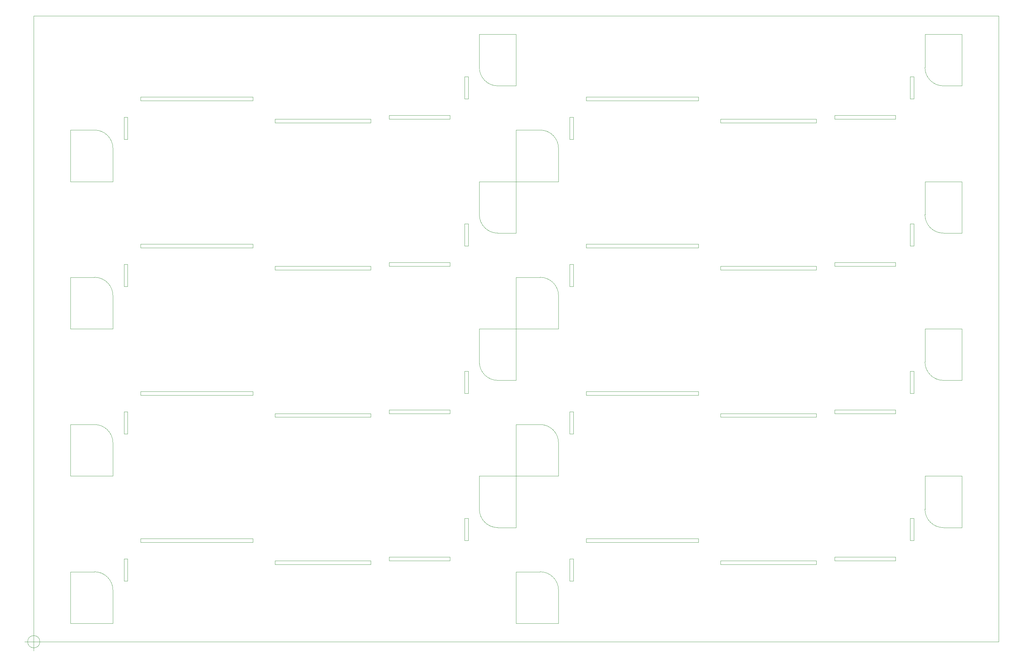
<source format=gbr>
G04 #@! TF.GenerationSoftware,KiCad,Pcbnew,(5.0.0)*
G04 #@! TF.CreationDate,2019-02-08T13:36:19+02:00*
G04 #@! TF.ProjectId,tp_x2_EKA_PnP,74705F78325F454B415F506E502E6B69,3*
G04 #@! TF.SameCoordinates,Original*
G04 #@! TF.FileFunction,Profile,NP*
%FSLAX46Y46*%
G04 Gerber Fmt 4.6, Leading zero omitted, Abs format (unit mm)*
G04 Created by KiCad (PCBNEW (5.0.0)) date 02/08/19 13:36:19*
%MOMM*%
%LPD*%
G01*
G04 APERTURE LIST*
%ADD10C,0.100000*%
G04 APERTURE END LIST*
D10*
X88666666Y-220000000D02*
G75*
G03X88666666Y-220000000I-1666666J0D01*
G01*
X84500000Y-220000000D02*
X89500000Y-220000000D01*
X87000000Y-217500000D02*
X87000000Y-222500000D01*
X233500000Y-197500000D02*
X233500000Y-203500000D01*
X232500000Y-203500000D02*
X232500000Y-197500000D01*
X232500000Y-203500000D02*
X233500000Y-203500000D01*
X232500000Y-197500000D02*
X233500000Y-197500000D01*
X233500000Y-157500000D02*
X233500000Y-163500000D01*
X232500000Y-163500000D02*
X232500000Y-157500000D01*
X232500000Y-157500000D02*
X233500000Y-157500000D01*
X232500000Y-163500000D02*
X233500000Y-163500000D01*
X233500000Y-117500000D02*
X233500000Y-123500000D01*
X232500000Y-123500000D02*
X233500000Y-123500000D01*
X232500000Y-117500000D02*
X233500000Y-117500000D01*
X232500000Y-123500000D02*
X232500000Y-117500000D01*
X232500000Y-83500000D02*
X232500000Y-77500000D01*
X233500000Y-77500000D02*
X233500000Y-83500000D01*
X232500000Y-83500000D02*
X233500000Y-83500000D01*
X232500000Y-77500000D02*
X233500000Y-77500000D01*
X111500000Y-83500000D02*
X111500000Y-77500000D01*
X112500000Y-77500000D02*
X112500000Y-83500000D01*
X111500000Y-83500000D02*
X112500000Y-83500000D01*
X111500000Y-77500000D02*
X112500000Y-77500000D01*
X112500000Y-197500000D02*
X112500000Y-203500000D01*
X111500000Y-197500000D02*
X112500000Y-197500000D01*
X111500000Y-203500000D02*
X111500000Y-197500000D01*
X111500000Y-203500000D02*
X112500000Y-203500000D01*
X112500000Y-117500000D02*
X112500000Y-123500000D01*
X111500000Y-117500000D02*
X112500000Y-117500000D01*
X111500000Y-123500000D02*
X111500000Y-117500000D01*
X111500000Y-123500000D02*
X112500000Y-123500000D01*
X111500000Y-163500000D02*
X112500000Y-163500000D01*
X112500000Y-157500000D02*
X112500000Y-163500000D01*
X111500000Y-157500000D02*
X112500000Y-157500000D01*
X111500000Y-163500000D02*
X111500000Y-157500000D01*
X87000000Y-220000000D02*
X349000000Y-220000000D01*
X299500000Y-199000000D02*
X273500000Y-199000000D01*
X304500000Y-198000000D02*
X304500000Y-197000000D01*
X321000000Y-157000000D02*
X321000000Y-158000000D01*
X304500000Y-197000000D02*
X321000000Y-197000000D01*
X325000000Y-146500000D02*
X326000000Y-146500000D01*
X326000000Y-186500000D02*
X326000000Y-192500000D01*
X326000000Y-146500000D02*
X326000000Y-152500000D01*
X321000000Y-158000000D02*
X304500000Y-158000000D01*
X325000000Y-192500000D02*
X326000000Y-192500000D01*
X321000000Y-197000000D02*
X321000000Y-198000000D01*
X273500000Y-199000000D02*
X273500000Y-198000000D01*
X273500000Y-198000000D02*
X299500000Y-198000000D01*
X325000000Y-186500000D02*
X326000000Y-186500000D01*
X321000000Y-198000000D02*
X304500000Y-198000000D01*
X267500000Y-192000000D02*
X267500000Y-193000000D01*
X325000000Y-152500000D02*
X325000000Y-146500000D01*
X224500000Y-201000000D02*
G75*
G02X229500000Y-206000000I0J-5000000D01*
G01*
X224500000Y-201000000D02*
X218000000Y-201000000D01*
X329000000Y-175000000D02*
X339000000Y-175000000D01*
X224500000Y-161000000D02*
G75*
G02X229500000Y-166000000I0J-5000000D01*
G01*
X299500000Y-159000000D02*
X273500000Y-159000000D01*
X304500000Y-157000000D02*
X304500000Y-158000000D01*
X329000000Y-184000000D02*
X329000000Y-175000000D01*
X267500000Y-153000000D02*
X237000000Y-153000000D01*
X267500000Y-152000000D02*
X267500000Y-153000000D01*
X218000000Y-161000000D02*
X218000000Y-175000000D01*
X229500000Y-166000000D02*
X229500000Y-175000000D01*
X224500000Y-161000000D02*
X218000000Y-161000000D01*
X329000000Y-144000000D02*
X329000000Y-135000000D01*
X325000000Y-152500000D02*
X326000000Y-152500000D01*
X299500000Y-158000000D02*
X299500000Y-159000000D01*
X267500000Y-193000000D02*
X237000000Y-193000000D01*
X334000000Y-189000000D02*
G75*
G02X329000000Y-184000000I0J5000000D01*
G01*
X229500000Y-206000000D02*
X229500000Y-215000000D01*
X237000000Y-152000000D02*
X237000000Y-153000000D01*
X304500000Y-157000000D02*
X321000000Y-157000000D01*
X329000000Y-135000000D02*
X339000000Y-135000000D01*
X339000000Y-189000000D02*
X334000000Y-189000000D01*
X237000000Y-192000000D02*
X237000000Y-193000000D01*
X273500000Y-158000000D02*
X299500000Y-158000000D01*
X237000000Y-192000000D02*
X267500000Y-192000000D01*
X237000000Y-152000000D02*
X267500000Y-152000000D01*
X339000000Y-135000000D02*
X339000000Y-149000000D01*
X218000000Y-215000000D02*
X229500000Y-215000000D01*
X229500000Y-175000000D02*
X218000000Y-175000000D01*
X334000000Y-149000000D02*
G75*
G02X329000000Y-144000000I0J5000000D01*
G01*
X273500000Y-159000000D02*
X273500000Y-158000000D01*
X325000000Y-192500000D02*
X325000000Y-186500000D01*
X218000000Y-201000000D02*
X218000000Y-215000000D01*
X339000000Y-175000000D02*
X339000000Y-189000000D01*
X339000000Y-149000000D02*
X334000000Y-149000000D01*
X299500000Y-198000000D02*
X299500000Y-199000000D01*
X183500000Y-157000000D02*
X183500000Y-158000000D01*
X97000000Y-201000000D02*
X97000000Y-215000000D01*
X218000000Y-149000000D02*
X213000000Y-149000000D01*
X208000000Y-144000000D02*
X208000000Y-135000000D01*
X213000000Y-189000000D02*
G75*
G02X208000000Y-184000000I0J5000000D01*
G01*
X208000000Y-184000000D02*
X208000000Y-175000000D01*
X218000000Y-135000000D02*
X218000000Y-149000000D01*
X213000000Y-149000000D02*
G75*
G02X208000000Y-144000000I0J5000000D01*
G01*
X97000000Y-215000000D02*
X108500000Y-215000000D01*
X208000000Y-135000000D02*
X218000000Y-135000000D01*
X218000000Y-175000000D02*
X218000000Y-189000000D01*
X97000000Y-161000000D02*
X97000000Y-175000000D01*
X208000000Y-175000000D02*
X218000000Y-175000000D01*
X218000000Y-189000000D02*
X213000000Y-189000000D01*
X103500000Y-161000000D02*
G75*
G02X108500000Y-166000000I0J-5000000D01*
G01*
X108500000Y-166000000D02*
X108500000Y-175000000D01*
X108500000Y-206000000D02*
X108500000Y-215000000D01*
X103500000Y-161000000D02*
X97000000Y-161000000D01*
X103500000Y-201000000D02*
G75*
G02X108500000Y-206000000I0J-5000000D01*
G01*
X108500000Y-175000000D02*
X97000000Y-175000000D01*
X103500000Y-201000000D02*
X97000000Y-201000000D01*
X178500000Y-158000000D02*
X178500000Y-159000000D01*
X116000000Y-152000000D02*
X146500000Y-152000000D01*
X146500000Y-152000000D02*
X146500000Y-153000000D01*
X116000000Y-152000000D02*
X116000000Y-153000000D01*
X146500000Y-153000000D02*
X116000000Y-153000000D01*
X178500000Y-159000000D02*
X152500000Y-159000000D01*
X183500000Y-157000000D02*
X200000000Y-157000000D01*
X152500000Y-158000000D02*
X178500000Y-158000000D01*
X152500000Y-159000000D02*
X152500000Y-158000000D01*
X116000000Y-192000000D02*
X116000000Y-193000000D01*
X178500000Y-198000000D02*
X178500000Y-199000000D01*
X204000000Y-152500000D02*
X205000000Y-152500000D01*
X204000000Y-192500000D02*
X204000000Y-186500000D01*
X146500000Y-193000000D02*
X116000000Y-193000000D01*
X116000000Y-192000000D02*
X146500000Y-192000000D01*
X152500000Y-198000000D02*
X178500000Y-198000000D01*
X178500000Y-199000000D02*
X152500000Y-199000000D01*
X204000000Y-186500000D02*
X205000000Y-186500000D01*
X152500000Y-199000000D02*
X152500000Y-198000000D01*
X183500000Y-198000000D02*
X183500000Y-197000000D01*
X200000000Y-157000000D02*
X200000000Y-158000000D01*
X146500000Y-192000000D02*
X146500000Y-193000000D01*
X183500000Y-197000000D02*
X200000000Y-197000000D01*
X204000000Y-152500000D02*
X204000000Y-146500000D01*
X204000000Y-146500000D02*
X205000000Y-146500000D01*
X205000000Y-146500000D02*
X205000000Y-152500000D01*
X200000000Y-158000000D02*
X183500000Y-158000000D01*
X205000000Y-186500000D02*
X205000000Y-192500000D01*
X200000000Y-197000000D02*
X200000000Y-198000000D01*
X204000000Y-192500000D02*
X205000000Y-192500000D01*
X200000000Y-198000000D02*
X183500000Y-198000000D01*
X304500000Y-77000000D02*
X304500000Y-78000000D01*
X218000000Y-121000000D02*
X218000000Y-135000000D01*
X339000000Y-69000000D02*
X334000000Y-69000000D01*
X329000000Y-64000000D02*
X329000000Y-55000000D01*
X334000000Y-109000000D02*
G75*
G02X329000000Y-104000000I0J5000000D01*
G01*
X329000000Y-104000000D02*
X329000000Y-95000000D01*
X339000000Y-55000000D02*
X339000000Y-69000000D01*
X334000000Y-69000000D02*
G75*
G02X329000000Y-64000000I0J5000000D01*
G01*
X218000000Y-135000000D02*
X229500000Y-135000000D01*
X329000000Y-55000000D02*
X339000000Y-55000000D01*
X339000000Y-95000000D02*
X339000000Y-109000000D01*
X218000000Y-81000000D02*
X218000000Y-95000000D01*
X329000000Y-95000000D02*
X339000000Y-95000000D01*
X339000000Y-109000000D02*
X334000000Y-109000000D01*
X224500000Y-81000000D02*
G75*
G02X229500000Y-86000000I0J-5000000D01*
G01*
X229500000Y-86000000D02*
X229500000Y-95000000D01*
X229500000Y-126000000D02*
X229500000Y-135000000D01*
X224500000Y-81000000D02*
X218000000Y-81000000D01*
X224500000Y-121000000D02*
G75*
G02X229500000Y-126000000I0J-5000000D01*
G01*
X229500000Y-95000000D02*
X218000000Y-95000000D01*
X224500000Y-121000000D02*
X218000000Y-121000000D01*
X299500000Y-78000000D02*
X299500000Y-79000000D01*
X237000000Y-72000000D02*
X267500000Y-72000000D01*
X267500000Y-72000000D02*
X267500000Y-73000000D01*
X237000000Y-72000000D02*
X237000000Y-73000000D01*
X267500000Y-73000000D02*
X237000000Y-73000000D01*
X299500000Y-79000000D02*
X273500000Y-79000000D01*
X304500000Y-77000000D02*
X321000000Y-77000000D01*
X273500000Y-78000000D02*
X299500000Y-78000000D01*
X273500000Y-79000000D02*
X273500000Y-78000000D01*
X237000000Y-112000000D02*
X237000000Y-113000000D01*
X299500000Y-118000000D02*
X299500000Y-119000000D01*
X325000000Y-72500000D02*
X326000000Y-72500000D01*
X325000000Y-112500000D02*
X325000000Y-106500000D01*
X267500000Y-113000000D02*
X237000000Y-113000000D01*
X237000000Y-112000000D02*
X267500000Y-112000000D01*
X273500000Y-118000000D02*
X299500000Y-118000000D01*
X299500000Y-119000000D02*
X273500000Y-119000000D01*
X325000000Y-106500000D02*
X326000000Y-106500000D01*
X273500000Y-119000000D02*
X273500000Y-118000000D01*
X304500000Y-118000000D02*
X304500000Y-117000000D01*
X321000000Y-77000000D02*
X321000000Y-78000000D01*
X267500000Y-112000000D02*
X267500000Y-113000000D01*
X304500000Y-117000000D02*
X321000000Y-117000000D01*
X325000000Y-72500000D02*
X325000000Y-66500000D01*
X325000000Y-66500000D02*
X326000000Y-66500000D01*
X326000000Y-66500000D02*
X326000000Y-72500000D01*
X321000000Y-78000000D02*
X304500000Y-78000000D01*
X326000000Y-106500000D02*
X326000000Y-112500000D01*
X321000000Y-117000000D02*
X321000000Y-118000000D01*
X325000000Y-112500000D02*
X326000000Y-112500000D01*
X321000000Y-118000000D02*
X304500000Y-118000000D01*
X183500000Y-77000000D02*
X183500000Y-78000000D01*
X218000000Y-69000000D02*
X213000000Y-69000000D01*
X218000000Y-55000000D02*
X218000000Y-69000000D01*
X208000000Y-55000000D02*
X218000000Y-55000000D01*
X208000000Y-64000000D02*
X208000000Y-55000000D01*
X218000000Y-109000000D02*
X213000000Y-109000000D01*
X218000000Y-95000000D02*
X218000000Y-109000000D01*
X208000000Y-95000000D02*
X218000000Y-95000000D01*
X208000000Y-104000000D02*
X208000000Y-95000000D01*
X213000000Y-69000000D02*
G75*
G02X208000000Y-64000000I0J5000000D01*
G01*
X213000000Y-109000000D02*
G75*
G02X208000000Y-104000000I0J5000000D01*
G01*
X97000000Y-81000000D02*
X97000000Y-95000000D01*
X97000000Y-135000000D02*
X108500000Y-135000000D01*
X97000000Y-121000000D02*
X97000000Y-135000000D01*
X103500000Y-121000000D02*
X97000000Y-121000000D01*
X108500000Y-126000000D02*
X108500000Y-135000000D01*
X103500000Y-121000000D02*
G75*
G02X108500000Y-126000000I0J-5000000D01*
G01*
X108500000Y-95000000D02*
X97000000Y-95000000D01*
X108500000Y-86000000D02*
X108500000Y-95000000D01*
X103500000Y-81000000D02*
X97000000Y-81000000D01*
X103500000Y-81000000D02*
G75*
G02X108500000Y-86000000I0J-5000000D01*
G01*
X178500000Y-78000000D02*
X178500000Y-79000000D01*
X200000000Y-118000000D02*
X183500000Y-118000000D01*
X204000000Y-112500000D02*
X205000000Y-112500000D01*
X200000000Y-117000000D02*
X200000000Y-118000000D01*
X205000000Y-106500000D02*
X205000000Y-112500000D01*
X204000000Y-106500000D02*
X205000000Y-106500000D01*
X183500000Y-118000000D02*
X183500000Y-117000000D01*
X152500000Y-119000000D02*
X152500000Y-118000000D01*
X178500000Y-119000000D02*
X152500000Y-119000000D01*
X178500000Y-118000000D02*
X178500000Y-119000000D01*
X152500000Y-118000000D02*
X178500000Y-118000000D01*
X116000000Y-112000000D02*
X116000000Y-113000000D01*
X146500000Y-113000000D02*
X116000000Y-113000000D01*
X146500000Y-112000000D02*
X146500000Y-113000000D01*
X116000000Y-112000000D02*
X146500000Y-112000000D01*
X349000000Y-50000000D02*
X349000000Y-220000000D01*
X204000000Y-112500000D02*
X204000000Y-106500000D01*
X183500000Y-117000000D02*
X200000000Y-117000000D01*
X87000000Y-220000000D02*
X87000000Y-50000000D01*
X204000000Y-72500000D02*
X205000000Y-72500000D01*
X200000000Y-77000000D02*
X200000000Y-78000000D01*
X200000000Y-78000000D02*
X183500000Y-78000000D01*
X205000000Y-66500000D02*
X205000000Y-72500000D01*
X204000000Y-66500000D02*
X205000000Y-66500000D01*
X204000000Y-72500000D02*
X204000000Y-66500000D01*
X183500000Y-77000000D02*
X200000000Y-77000000D01*
X152500000Y-79000000D02*
X152500000Y-78000000D01*
X178500000Y-79000000D02*
X152500000Y-79000000D01*
X152500000Y-78000000D02*
X178500000Y-78000000D01*
X116000000Y-72000000D02*
X116000000Y-73000000D01*
X146500000Y-73000000D02*
X116000000Y-73000000D01*
X146500000Y-72000000D02*
X146500000Y-73000000D01*
X116000000Y-72000000D02*
X146500000Y-72000000D01*
X87000000Y-50000000D02*
X349000000Y-50000000D01*
M02*

</source>
